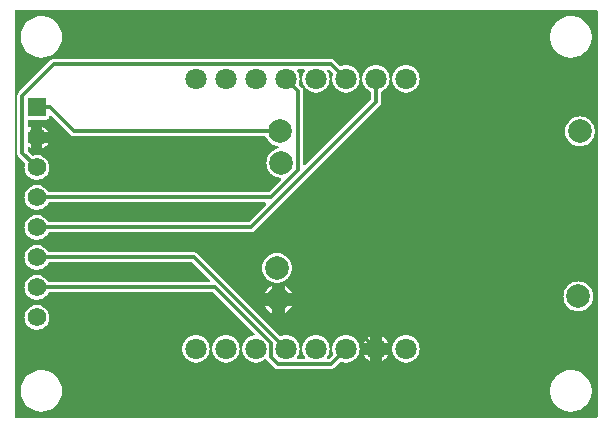
<source format=gtl>
G04 Layer: TopLayer*
G04 EasyEDA v6.5.23, 2023-05-31 09:28:12*
G04 09e610007bd44921b29e07513bdf5b12,4db1f7442a1f4f30bb2da465e00f2567,10*
G04 Gerber Generator version 0.2*
G04 Scale: 100 percent, Rotated: No, Reflected: No *
G04 Dimensions in millimeters *
G04 leading zeros omitted , absolute positions ,4 integer and 5 decimal *
%FSLAX45Y45*%
%MOMM*%

%ADD10C,0.3500*%
%ADD11C,1.8001*%
%ADD12C,2.0000*%
%ADD13R,1.5748X1.5748*%
%ADD14C,1.5748*%
%ADD15C,0.0105*%

%LPD*%
G36*
X736092Y10122408D02*
G01*
X732180Y10123170D01*
X728929Y10125405D01*
X726694Y10128656D01*
X725932Y10132568D01*
X725932Y13563854D01*
X726694Y13567765D01*
X728929Y13571016D01*
X732180Y13573251D01*
X736092Y13574013D01*
X5653532Y13574013D01*
X5657443Y13573251D01*
X5660694Y13571016D01*
X5662930Y13567765D01*
X5663692Y13563854D01*
X5663692Y10132568D01*
X5662930Y10128656D01*
X5660694Y10125405D01*
X5657443Y10123170D01*
X5653532Y10122408D01*
G37*

%LPC*%
G36*
X957021Y10174681D02*
G01*
X975106Y10176052D01*
X992886Y10179304D01*
X1010310Y10184384D01*
X1027074Y10191191D01*
X1043025Y10199725D01*
X1058062Y10209834D01*
X1071981Y10221417D01*
X1084630Y10234371D01*
X1095857Y10248595D01*
X1105560Y10263886D01*
X1113688Y10280040D01*
X1120038Y10297007D01*
X1124661Y10314533D01*
X1127455Y10332415D01*
X1128369Y10350500D01*
X1127455Y10368584D01*
X1124661Y10386466D01*
X1120038Y10403992D01*
X1113688Y10420959D01*
X1105560Y10437114D01*
X1095857Y10452404D01*
X1084630Y10466628D01*
X1071981Y10479582D01*
X1058062Y10491165D01*
X1043025Y10501274D01*
X1027074Y10509808D01*
X1010310Y10516616D01*
X992886Y10521696D01*
X975106Y10524947D01*
X957021Y10526318D01*
X938936Y10525861D01*
X920953Y10523524D01*
X903325Y10519410D01*
X886256Y10513415D01*
X869848Y10505744D01*
X854303Y10496448D01*
X839825Y10485577D01*
X826516Y10473283D01*
X814578Y10459669D01*
X804062Y10444886D01*
X795172Y10429138D01*
X787908Y10412526D01*
X782421Y10395305D01*
X778713Y10377576D01*
X776833Y10359542D01*
X776833Y10341457D01*
X778713Y10323423D01*
X782421Y10305694D01*
X787908Y10288473D01*
X795172Y10271861D01*
X804062Y10256113D01*
X814578Y10241330D01*
X826516Y10227716D01*
X839825Y10215422D01*
X854303Y10204551D01*
X869848Y10195255D01*
X886256Y10187584D01*
X903325Y10181590D01*
X920953Y10177475D01*
X938936Y10175138D01*
G37*
G36*
X5440121Y10174681D02*
G01*
X5458206Y10176052D01*
X5475986Y10179304D01*
X5493410Y10184384D01*
X5510174Y10191191D01*
X5526125Y10199725D01*
X5541162Y10209834D01*
X5555081Y10221417D01*
X5567730Y10234371D01*
X5578957Y10248595D01*
X5588660Y10263886D01*
X5596788Y10280040D01*
X5603138Y10297007D01*
X5607761Y10314533D01*
X5610555Y10332415D01*
X5611469Y10350500D01*
X5610555Y10368584D01*
X5607761Y10386466D01*
X5603138Y10403992D01*
X5596788Y10420959D01*
X5588660Y10437114D01*
X5578957Y10452404D01*
X5567730Y10466628D01*
X5555081Y10479582D01*
X5541162Y10491165D01*
X5526125Y10501274D01*
X5510174Y10509808D01*
X5493410Y10516616D01*
X5475986Y10521696D01*
X5458206Y10524947D01*
X5440121Y10526318D01*
X5422036Y10525861D01*
X5404053Y10523524D01*
X5386425Y10519410D01*
X5369356Y10513415D01*
X5352948Y10505744D01*
X5337403Y10496448D01*
X5322925Y10485577D01*
X5309616Y10473283D01*
X5297678Y10459669D01*
X5287162Y10444886D01*
X5278272Y10429138D01*
X5271008Y10412526D01*
X5265521Y10395305D01*
X5261813Y10377576D01*
X5259933Y10359542D01*
X5259933Y10341457D01*
X5261813Y10323423D01*
X5265521Y10305694D01*
X5271008Y10288473D01*
X5278272Y10271861D01*
X5287162Y10256113D01*
X5297678Y10241330D01*
X5309616Y10227716D01*
X5322925Y10215422D01*
X5337403Y10204551D01*
X5352948Y10195255D01*
X5369356Y10187584D01*
X5386425Y10181590D01*
X5404053Y10177475D01*
X5422036Y10175138D01*
G37*
G36*
X2958947Y10533227D02*
G01*
X3402837Y10533278D01*
X3411067Y10534446D01*
X3418687Y10536986D01*
X3425647Y10540898D01*
X3432200Y10546283D01*
X3480765Y10594848D01*
X3484016Y10597032D01*
X3487826Y10597845D01*
X3491687Y10597134D01*
X3494786Y10595864D01*
X3508908Y10592257D01*
X3523335Y10590428D01*
X3537864Y10590428D01*
X3552291Y10592257D01*
X3566414Y10595864D01*
X3579926Y10601248D01*
X3592677Y10608259D01*
X3604463Y10616793D01*
X3615080Y10626750D01*
X3624376Y10637977D01*
X3632149Y10650270D01*
X3638346Y10663428D01*
X3642868Y10677296D01*
X3645560Y10691571D01*
X3646474Y10706100D01*
X3645560Y10720628D01*
X3642868Y10734903D01*
X3638346Y10748772D01*
X3632149Y10761929D01*
X3624376Y10774222D01*
X3615080Y10785449D01*
X3604463Y10795406D01*
X3592677Y10803940D01*
X3579926Y10810951D01*
X3566414Y10816336D01*
X3552291Y10819942D01*
X3537864Y10821771D01*
X3523335Y10821771D01*
X3508908Y10819942D01*
X3494786Y10816336D01*
X3481273Y10810951D01*
X3468522Y10803940D01*
X3456736Y10795406D01*
X3446119Y10785449D01*
X3436823Y10774222D01*
X3429050Y10761929D01*
X3422853Y10748772D01*
X3418332Y10734903D01*
X3415639Y10720628D01*
X3414725Y10706100D01*
X3415639Y10691571D01*
X3418332Y10677296D01*
X3421837Y10666577D01*
X3422294Y10662869D01*
X3421430Y10659313D01*
X3419348Y10656214D01*
X3386175Y10623042D01*
X3382873Y10620857D01*
X3378962Y10620044D01*
X3377133Y10620044D01*
X3373374Y10620756D01*
X3370173Y10622838D01*
X3367938Y10625886D01*
X3366973Y10629595D01*
X3367481Y10633354D01*
X3378149Y10650270D01*
X3384346Y10663428D01*
X3388868Y10677296D01*
X3391560Y10691571D01*
X3392474Y10706100D01*
X3391560Y10720628D01*
X3388868Y10734903D01*
X3384346Y10748772D01*
X3378149Y10761929D01*
X3370376Y10774222D01*
X3361080Y10785449D01*
X3350463Y10795406D01*
X3338677Y10803940D01*
X3325926Y10810951D01*
X3312414Y10816336D01*
X3298291Y10819942D01*
X3283864Y10821771D01*
X3269335Y10821771D01*
X3254908Y10819942D01*
X3240786Y10816336D01*
X3227273Y10810951D01*
X3214522Y10803940D01*
X3202736Y10795406D01*
X3192119Y10785449D01*
X3182823Y10774222D01*
X3175050Y10761929D01*
X3168853Y10748772D01*
X3164332Y10734903D01*
X3161639Y10720628D01*
X3160725Y10706100D01*
X3161639Y10691571D01*
X3164332Y10677296D01*
X3168853Y10663428D01*
X3175050Y10650270D01*
X3185718Y10633354D01*
X3186226Y10629595D01*
X3185261Y10625886D01*
X3183026Y10622838D01*
X3179826Y10620756D01*
X3176066Y10620044D01*
X3123133Y10620044D01*
X3119374Y10620756D01*
X3116173Y10622838D01*
X3113938Y10625886D01*
X3112973Y10629595D01*
X3113481Y10633354D01*
X3124149Y10650270D01*
X3130346Y10663428D01*
X3134868Y10677296D01*
X3137560Y10691571D01*
X3138474Y10706100D01*
X3137560Y10720628D01*
X3134868Y10734903D01*
X3130346Y10748772D01*
X3124149Y10761929D01*
X3116376Y10774222D01*
X3107080Y10785449D01*
X3096463Y10795406D01*
X3084677Y10803940D01*
X3071926Y10810951D01*
X3058414Y10816336D01*
X3044291Y10819942D01*
X3029864Y10821771D01*
X3015335Y10821771D01*
X3000908Y10819942D01*
X2986786Y10816336D01*
X2983687Y10815066D01*
X2979826Y10814354D01*
X2975965Y10815167D01*
X2972765Y10817352D01*
X2277414Y11512651D01*
X2270709Y11517680D01*
X2263546Y11521236D01*
X2255875Y11523421D01*
X2247442Y11524183D01*
X1015746Y11524183D01*
X1012037Y11524894D01*
X1008837Y11526875D01*
X1006602Y11529872D01*
X1005027Y11533124D01*
X997407Y11544503D01*
X988364Y11554764D01*
X978103Y11563807D01*
X966724Y11571427D01*
X954430Y11577472D01*
X941476Y11581841D01*
X928065Y11584533D01*
X914400Y11585448D01*
X900734Y11584533D01*
X887323Y11581841D01*
X874369Y11577472D01*
X862076Y11571427D01*
X850696Y11563807D01*
X840435Y11554764D01*
X831392Y11544503D01*
X823772Y11533124D01*
X817727Y11520830D01*
X813358Y11507876D01*
X810666Y11494465D01*
X809752Y11480800D01*
X810666Y11467134D01*
X813358Y11453723D01*
X817727Y11440769D01*
X823772Y11428476D01*
X831392Y11417096D01*
X840435Y11406835D01*
X850696Y11397792D01*
X862076Y11390172D01*
X874369Y11384127D01*
X887323Y11379758D01*
X900734Y11377066D01*
X914400Y11376152D01*
X928065Y11377066D01*
X941476Y11379758D01*
X954430Y11384127D01*
X966724Y11390172D01*
X978103Y11397792D01*
X988364Y11406835D01*
X997407Y11417096D01*
X1005027Y11428476D01*
X1006602Y11431727D01*
X1008837Y11434724D01*
X1012037Y11436705D01*
X1015695Y11437366D01*
X2225700Y11437366D01*
X2229612Y11436604D01*
X2232914Y11434419D01*
X2379776Y11287556D01*
X2381961Y11284254D01*
X2382723Y11280343D01*
X2381961Y11276482D01*
X2379776Y11273180D01*
X2376474Y11270996D01*
X2372563Y11270183D01*
X1015746Y11270183D01*
X1012037Y11270894D01*
X1008837Y11272875D01*
X1006602Y11275872D01*
X1005027Y11279124D01*
X997407Y11290503D01*
X988364Y11300764D01*
X978103Y11309807D01*
X966724Y11317427D01*
X954430Y11323472D01*
X941476Y11327841D01*
X928065Y11330533D01*
X914400Y11331448D01*
X900734Y11330533D01*
X887323Y11327841D01*
X874369Y11323472D01*
X862076Y11317427D01*
X850696Y11309807D01*
X840435Y11300764D01*
X831392Y11290503D01*
X823772Y11279124D01*
X817727Y11266830D01*
X813358Y11253876D01*
X810666Y11240465D01*
X809752Y11226800D01*
X810666Y11213134D01*
X813358Y11199723D01*
X817727Y11186769D01*
X823772Y11174476D01*
X831392Y11163096D01*
X840435Y11152835D01*
X850696Y11143792D01*
X862076Y11136172D01*
X874369Y11130127D01*
X887323Y11125758D01*
X900734Y11123066D01*
X914400Y11122152D01*
X928065Y11123066D01*
X941476Y11125758D01*
X954430Y11130127D01*
X966724Y11136172D01*
X978103Y11143792D01*
X988364Y11152835D01*
X997407Y11163096D01*
X1005027Y11174476D01*
X1006602Y11177727D01*
X1008837Y11180724D01*
X1012037Y11182705D01*
X1015695Y11183366D01*
X2404516Y11183366D01*
X2408377Y11182604D01*
X2411679Y11180419D01*
X2754680Y10837418D01*
X2757068Y10833658D01*
X2757576Y10829188D01*
X2756103Y10824921D01*
X2752953Y10821720D01*
X2748737Y10820196D01*
X2746908Y10819942D01*
X2732786Y10816336D01*
X2719273Y10810951D01*
X2706522Y10803940D01*
X2694736Y10795406D01*
X2684119Y10785449D01*
X2674823Y10774222D01*
X2667050Y10761929D01*
X2660853Y10748772D01*
X2656332Y10734903D01*
X2653639Y10720628D01*
X2652725Y10706100D01*
X2653639Y10691571D01*
X2656332Y10677296D01*
X2660853Y10663428D01*
X2667050Y10650270D01*
X2674823Y10637977D01*
X2684119Y10626750D01*
X2694736Y10616793D01*
X2706522Y10608259D01*
X2719273Y10601248D01*
X2732786Y10595864D01*
X2746908Y10592257D01*
X2761335Y10590428D01*
X2775864Y10590428D01*
X2790291Y10592257D01*
X2804414Y10595864D01*
X2817926Y10601248D01*
X2830677Y10608259D01*
X2846832Y10619994D01*
X2850388Y10620756D01*
X2854045Y10620146D01*
X2857246Y10618368D01*
X2865221Y10608513D01*
X2928975Y10544810D01*
X2935681Y10539780D01*
X2942844Y10536224D01*
X2950514Y10534040D01*
G37*
G36*
X2507335Y10590428D02*
G01*
X2521864Y10590428D01*
X2536291Y10592257D01*
X2550414Y10595864D01*
X2563926Y10601248D01*
X2576677Y10608259D01*
X2588463Y10616793D01*
X2599080Y10626750D01*
X2608376Y10637977D01*
X2616149Y10650270D01*
X2622346Y10663428D01*
X2626868Y10677296D01*
X2629560Y10691571D01*
X2630474Y10706100D01*
X2629560Y10720628D01*
X2626868Y10734903D01*
X2622346Y10748772D01*
X2616149Y10761929D01*
X2608376Y10774222D01*
X2599080Y10785449D01*
X2588463Y10795406D01*
X2576677Y10803940D01*
X2563926Y10810951D01*
X2550414Y10816336D01*
X2536291Y10819942D01*
X2521864Y10821771D01*
X2507335Y10821771D01*
X2492908Y10819942D01*
X2478786Y10816336D01*
X2465273Y10810951D01*
X2452522Y10803940D01*
X2440736Y10795406D01*
X2430119Y10785449D01*
X2420823Y10774222D01*
X2413050Y10761929D01*
X2406853Y10748772D01*
X2402332Y10734903D01*
X2399639Y10720628D01*
X2398725Y10706100D01*
X2399639Y10691571D01*
X2402332Y10677296D01*
X2406853Y10663428D01*
X2413050Y10650270D01*
X2420823Y10637977D01*
X2430119Y10626750D01*
X2440736Y10616793D01*
X2452522Y10608259D01*
X2465273Y10601248D01*
X2478786Y10595864D01*
X2492908Y10592257D01*
G37*
G36*
X2253335Y10590428D02*
G01*
X2267864Y10590428D01*
X2282291Y10592257D01*
X2296414Y10595864D01*
X2309926Y10601248D01*
X2322677Y10608259D01*
X2334463Y10616793D01*
X2345080Y10626750D01*
X2354376Y10637977D01*
X2362149Y10650270D01*
X2368346Y10663428D01*
X2372868Y10677296D01*
X2375560Y10691571D01*
X2376474Y10706100D01*
X2375560Y10720628D01*
X2372868Y10734903D01*
X2368346Y10748772D01*
X2362149Y10761929D01*
X2354376Y10774222D01*
X2345080Y10785449D01*
X2334463Y10795406D01*
X2322677Y10803940D01*
X2309926Y10810951D01*
X2296414Y10816336D01*
X2282291Y10819942D01*
X2267864Y10821771D01*
X2253335Y10821771D01*
X2238908Y10819942D01*
X2224786Y10816336D01*
X2211273Y10810951D01*
X2198522Y10803940D01*
X2186736Y10795406D01*
X2176119Y10785449D01*
X2166823Y10774222D01*
X2159050Y10761929D01*
X2152853Y10748772D01*
X2148332Y10734903D01*
X2145639Y10720628D01*
X2144725Y10706100D01*
X2145639Y10691571D01*
X2148332Y10677296D01*
X2152853Y10663428D01*
X2159050Y10650270D01*
X2166823Y10637977D01*
X2176119Y10626750D01*
X2186736Y10616793D01*
X2198522Y10608259D01*
X2211273Y10601248D01*
X2224786Y10595864D01*
X2238908Y10592257D01*
G37*
G36*
X4031335Y10590428D02*
G01*
X4045864Y10590428D01*
X4060291Y10592257D01*
X4074414Y10595864D01*
X4087926Y10601248D01*
X4100677Y10608259D01*
X4112463Y10616793D01*
X4123080Y10626750D01*
X4132376Y10637977D01*
X4140149Y10650270D01*
X4146346Y10663428D01*
X4150868Y10677296D01*
X4153560Y10691571D01*
X4154474Y10706100D01*
X4153560Y10720628D01*
X4150868Y10734903D01*
X4146346Y10748772D01*
X4140149Y10761929D01*
X4132376Y10774222D01*
X4123080Y10785449D01*
X4112463Y10795406D01*
X4100677Y10803940D01*
X4087926Y10810951D01*
X4074414Y10816336D01*
X4060291Y10819942D01*
X4045864Y10821771D01*
X4031335Y10821771D01*
X4016908Y10819942D01*
X4002786Y10816336D01*
X3989273Y10810951D01*
X3976522Y10803940D01*
X3964736Y10795406D01*
X3954119Y10785449D01*
X3944823Y10774222D01*
X3937050Y10761929D01*
X3930853Y10748772D01*
X3926332Y10734903D01*
X3923639Y10720628D01*
X3922725Y10706100D01*
X3923639Y10691571D01*
X3926332Y10677296D01*
X3930853Y10663428D01*
X3937050Y10650270D01*
X3944823Y10637977D01*
X3954119Y10626750D01*
X3964736Y10616793D01*
X3976522Y10608259D01*
X3989273Y10601248D01*
X4002786Y10595864D01*
X4016908Y10592257D01*
G37*
G36*
X3835958Y10602315D02*
G01*
X3846677Y10608259D01*
X3858463Y10616793D01*
X3869080Y10626750D01*
X3878376Y10637977D01*
X3886149Y10650270D01*
X3888282Y10654741D01*
X3835958Y10654741D01*
G37*
G36*
X3733241Y10602315D02*
G01*
X3733241Y10654741D01*
X3680917Y10654741D01*
X3683050Y10650270D01*
X3690823Y10637977D01*
X3700119Y10626750D01*
X3710736Y10616793D01*
X3722522Y10608259D01*
G37*
G36*
X3680917Y10757458D02*
G01*
X3733241Y10757458D01*
X3733241Y10809884D01*
X3722522Y10803940D01*
X3710736Y10795406D01*
X3700119Y10785449D01*
X3690823Y10774222D01*
X3683050Y10761929D01*
G37*
G36*
X3835958Y10757458D02*
G01*
X3888282Y10757458D01*
X3886149Y10761929D01*
X3878376Y10774222D01*
X3869080Y10785449D01*
X3858463Y10795406D01*
X3846677Y10803940D01*
X3835958Y10809884D01*
G37*
G36*
X914400Y10868152D02*
G01*
X928065Y10869066D01*
X941476Y10871758D01*
X954430Y10876127D01*
X966724Y10882172D01*
X978103Y10889792D01*
X988364Y10898835D01*
X997407Y10909096D01*
X1005027Y10920476D01*
X1011072Y10932769D01*
X1015441Y10945723D01*
X1018133Y10959134D01*
X1019048Y10972800D01*
X1018133Y10986465D01*
X1015441Y10999876D01*
X1011072Y11012830D01*
X1005027Y11025124D01*
X997407Y11036503D01*
X988364Y11046764D01*
X978103Y11055807D01*
X966724Y11063427D01*
X954430Y11069472D01*
X941476Y11073841D01*
X928065Y11076533D01*
X914400Y11077448D01*
X900734Y11076533D01*
X887323Y11073841D01*
X874369Y11069472D01*
X862076Y11063427D01*
X850696Y11055807D01*
X840435Y11046764D01*
X831392Y11036503D01*
X823772Y11025124D01*
X817727Y11012830D01*
X813358Y10999876D01*
X810666Y10986465D01*
X809752Y10972800D01*
X810666Y10959134D01*
X813358Y10945723D01*
X817727Y10932769D01*
X823772Y10920476D01*
X831392Y10909096D01*
X840435Y10898835D01*
X850696Y10889792D01*
X862076Y10882172D01*
X874369Y10876127D01*
X887323Y10871758D01*
X900734Y10869066D01*
G37*
G36*
X3015437Y11012779D02*
G01*
X3017621Y11013744D01*
X3030626Y11021618D01*
X3042564Y11030966D01*
X3053334Y11041735D01*
X3062681Y11053673D01*
X3070555Y11066678D01*
X3071520Y11068862D01*
X3015437Y11068862D01*
G37*
G36*
X2902762Y11012779D02*
G01*
X2902762Y11068862D01*
X2846679Y11068862D01*
X2847644Y11066678D01*
X2855518Y11053673D01*
X2864866Y11041735D01*
X2875635Y11030966D01*
X2887573Y11021618D01*
X2900578Y11013744D01*
G37*
G36*
X5499100Y11024717D02*
G01*
X5514289Y11025632D01*
X5529224Y11028375D01*
X5543753Y11032896D01*
X5557621Y11039144D01*
X5570626Y11047018D01*
X5582564Y11056366D01*
X5593334Y11067135D01*
X5602681Y11079073D01*
X5610555Y11092078D01*
X5616803Y11105946D01*
X5621324Y11120475D01*
X5624068Y11135410D01*
X5624982Y11150600D01*
X5624068Y11165789D01*
X5621324Y11180724D01*
X5616803Y11195253D01*
X5610555Y11209121D01*
X5602681Y11222126D01*
X5593334Y11234064D01*
X5582564Y11244834D01*
X5570626Y11254181D01*
X5557621Y11262055D01*
X5543753Y11268303D01*
X5529224Y11272824D01*
X5514289Y11275568D01*
X5499100Y11276482D01*
X5483910Y11275568D01*
X5468975Y11272824D01*
X5454446Y11268303D01*
X5440578Y11262055D01*
X5427573Y11254181D01*
X5415635Y11244834D01*
X5404866Y11234064D01*
X5395518Y11222126D01*
X5387644Y11209121D01*
X5381396Y11195253D01*
X5376875Y11180724D01*
X5374132Y11165789D01*
X5373217Y11150600D01*
X5374132Y11135410D01*
X5376875Y11120475D01*
X5381396Y11105946D01*
X5387644Y11092078D01*
X5395518Y11079073D01*
X5404866Y11067135D01*
X5415635Y11056366D01*
X5427573Y11047018D01*
X5440578Y11039144D01*
X5454446Y11032896D01*
X5468975Y11028375D01*
X5483910Y11025632D01*
G37*
G36*
X2846679Y11181537D02*
G01*
X2902762Y11181537D01*
X2902762Y11237620D01*
X2900578Y11236655D01*
X2887573Y11228781D01*
X2875635Y11219434D01*
X2864866Y11208664D01*
X2855518Y11196726D01*
X2847644Y11183721D01*
G37*
G36*
X3015437Y11181537D02*
G01*
X3071520Y11181537D01*
X3070555Y11183721D01*
X3062681Y11196726D01*
X3053334Y11208664D01*
X3042564Y11219434D01*
X3030626Y11228781D01*
X3017621Y11236655D01*
X3015437Y11237620D01*
G37*
G36*
X2946400Y11266017D02*
G01*
X2961589Y11266932D01*
X2976524Y11269675D01*
X2991053Y11274196D01*
X3004921Y11280444D01*
X3017926Y11288318D01*
X3029864Y11297666D01*
X3040634Y11308435D01*
X3049981Y11320373D01*
X3057855Y11333378D01*
X3064103Y11347246D01*
X3068624Y11361775D01*
X3071368Y11376710D01*
X3072282Y11391900D01*
X3071368Y11407089D01*
X3068624Y11422024D01*
X3064103Y11436553D01*
X3057855Y11450421D01*
X3049981Y11463426D01*
X3040634Y11475364D01*
X3029864Y11486134D01*
X3017926Y11495481D01*
X3004921Y11503355D01*
X2991053Y11509603D01*
X2976524Y11514124D01*
X2961589Y11516868D01*
X2946400Y11517782D01*
X2931210Y11516868D01*
X2916275Y11514124D01*
X2901746Y11509603D01*
X2887878Y11503355D01*
X2874873Y11495481D01*
X2862935Y11486134D01*
X2852166Y11475364D01*
X2842818Y11463426D01*
X2834944Y11450421D01*
X2828696Y11436553D01*
X2824175Y11422024D01*
X2821432Y11407089D01*
X2820517Y11391900D01*
X2821432Y11376710D01*
X2824175Y11361775D01*
X2828696Y11347246D01*
X2834944Y11333378D01*
X2842818Y11320373D01*
X2852166Y11308435D01*
X2862935Y11297666D01*
X2874873Y11288318D01*
X2887878Y11280444D01*
X2901746Y11274196D01*
X2916275Y11269675D01*
X2931210Y11266932D01*
G37*
G36*
X914400Y11630152D02*
G01*
X928065Y11631066D01*
X941476Y11633758D01*
X954430Y11638127D01*
X966724Y11644172D01*
X978103Y11651792D01*
X988364Y11660835D01*
X997407Y11671096D01*
X1005027Y11682476D01*
X1006602Y11685727D01*
X1008837Y11688724D01*
X1012037Y11690705D01*
X1015695Y11691366D01*
X2725877Y11691416D01*
X2734106Y11692585D01*
X2741726Y11695125D01*
X2748686Y11699036D01*
X2755239Y11704421D01*
X3816451Y12765684D01*
X3821480Y12772390D01*
X3825036Y12779552D01*
X3827221Y12787223D01*
X3828034Y12795656D01*
X3828034Y12878003D01*
X3828643Y12881508D01*
X3830472Y12884607D01*
X3833266Y12886893D01*
X3846677Y12894259D01*
X3858463Y12902793D01*
X3869080Y12912750D01*
X3878376Y12923977D01*
X3886149Y12936270D01*
X3892346Y12949428D01*
X3896868Y12963296D01*
X3899560Y12977571D01*
X3900474Y12992100D01*
X3899560Y13006628D01*
X3896868Y13020903D01*
X3892346Y13034771D01*
X3886149Y13047929D01*
X3878376Y13060222D01*
X3869080Y13071449D01*
X3858463Y13081406D01*
X3846677Y13089940D01*
X3833926Y13096951D01*
X3820414Y13102336D01*
X3806291Y13105942D01*
X3791864Y13107771D01*
X3777335Y13107771D01*
X3762908Y13105942D01*
X3748786Y13102336D01*
X3735273Y13096951D01*
X3722522Y13089940D01*
X3710736Y13081406D01*
X3700119Y13071449D01*
X3690823Y13060222D01*
X3683050Y13047929D01*
X3676853Y13034771D01*
X3672332Y13020903D01*
X3669639Y13006628D01*
X3668725Y12992100D01*
X3669639Y12977571D01*
X3672332Y12963296D01*
X3676853Y12949428D01*
X3683050Y12936270D01*
X3690823Y12923977D01*
X3700119Y12912750D01*
X3710736Y12902793D01*
X3722522Y12894259D01*
X3735933Y12886893D01*
X3738727Y12884607D01*
X3740556Y12881508D01*
X3741216Y12878003D01*
X3741216Y12817398D01*
X3740404Y12813487D01*
X3738219Y12810185D01*
X3189325Y12261291D01*
X3186023Y12259106D01*
X3182162Y12258344D01*
X3178251Y12259106D01*
X3174949Y12261291D01*
X3172764Y12264593D01*
X3172002Y12268504D01*
X3171952Y12887756D01*
X3170783Y12896037D01*
X3168243Y12903657D01*
X3164332Y12910616D01*
X3158947Y12917170D01*
X3133852Y12942265D01*
X3131769Y12945313D01*
X3130905Y12948869D01*
X3131362Y12952577D01*
X3134868Y12963296D01*
X3137560Y12977571D01*
X3138474Y12992100D01*
X3137560Y13006628D01*
X3134868Y13020903D01*
X3130346Y13034771D01*
X3124149Y13047929D01*
X3116986Y13059206D01*
X3115513Y13063219D01*
X3115868Y13067538D01*
X3117900Y13071297D01*
X3121355Y13073888D01*
X3125571Y13074802D01*
X3173628Y13074802D01*
X3177844Y13073888D01*
X3181299Y13071297D01*
X3183331Y13067538D01*
X3183686Y13063219D01*
X3182213Y13059206D01*
X3175050Y13047929D01*
X3168853Y13034771D01*
X3164332Y13020903D01*
X3161639Y13006628D01*
X3160725Y12992100D01*
X3161639Y12977571D01*
X3164332Y12963296D01*
X3168853Y12949428D01*
X3175050Y12936270D01*
X3182823Y12923977D01*
X3192119Y12912750D01*
X3202736Y12902793D01*
X3214522Y12894259D01*
X3227273Y12887248D01*
X3240786Y12881864D01*
X3254908Y12878257D01*
X3269335Y12876428D01*
X3283864Y12876428D01*
X3298291Y12878257D01*
X3312414Y12881864D01*
X3325926Y12887248D01*
X3338677Y12894259D01*
X3350463Y12902793D01*
X3361080Y12912750D01*
X3370376Y12923977D01*
X3378149Y12936270D01*
X3384346Y12949428D01*
X3388868Y12963296D01*
X3391560Y12977571D01*
X3392474Y12992100D01*
X3391560Y13006628D01*
X3388868Y13020903D01*
X3384346Y13034771D01*
X3378149Y13047929D01*
X3370986Y13059206D01*
X3369513Y13063219D01*
X3369868Y13067538D01*
X3371900Y13071297D01*
X3375355Y13073888D01*
X3379571Y13074802D01*
X3382314Y13074802D01*
X3386175Y13074040D01*
X3389477Y13071805D01*
X3419348Y13041934D01*
X3421430Y13038886D01*
X3422294Y13035330D01*
X3421837Y13031622D01*
X3418332Y13020903D01*
X3415639Y13006628D01*
X3414725Y12992100D01*
X3415639Y12977571D01*
X3418332Y12963296D01*
X3422853Y12949428D01*
X3429050Y12936270D01*
X3436823Y12923977D01*
X3446119Y12912750D01*
X3456736Y12902793D01*
X3468522Y12894259D01*
X3481273Y12887248D01*
X3494786Y12881864D01*
X3508908Y12878257D01*
X3523335Y12876428D01*
X3537864Y12876428D01*
X3552291Y12878257D01*
X3566414Y12881864D01*
X3579926Y12887248D01*
X3592677Y12894259D01*
X3604463Y12902793D01*
X3615080Y12912750D01*
X3624376Y12923977D01*
X3632149Y12936270D01*
X3638346Y12949428D01*
X3642868Y12963296D01*
X3645560Y12977571D01*
X3646474Y12992100D01*
X3645560Y13006628D01*
X3642868Y13020903D01*
X3638346Y13034771D01*
X3632149Y13047929D01*
X3624376Y13060222D01*
X3615080Y13071449D01*
X3604463Y13081406D01*
X3592677Y13089940D01*
X3579926Y13096951D01*
X3566414Y13102336D01*
X3552291Y13105942D01*
X3537864Y13107771D01*
X3523335Y13107771D01*
X3508908Y13105942D01*
X3494786Y13102336D01*
X3491687Y13101065D01*
X3487826Y13100354D01*
X3483965Y13101167D01*
X3480765Y13103352D01*
X3433978Y13150037D01*
X3427323Y13155066D01*
X3420160Y13158622D01*
X3412439Y13160857D01*
X3404006Y13161619D01*
X1058519Y13161568D01*
X1050239Y13160400D01*
X1042619Y13157860D01*
X1035659Y13153999D01*
X1029106Y13148563D01*
X760425Y12879832D01*
X755396Y12873177D01*
X751840Y12866014D01*
X749655Y12858292D01*
X748893Y12849860D01*
X748893Y12363246D01*
X750062Y12355017D01*
X752602Y12347397D01*
X756513Y12340437D01*
X761898Y12333884D01*
X812038Y12283744D01*
X814171Y12280646D01*
X815035Y12276988D01*
X814476Y12273280D01*
X813358Y12269876D01*
X810666Y12256465D01*
X809752Y12242800D01*
X810666Y12229134D01*
X813358Y12215723D01*
X817727Y12202769D01*
X823772Y12190476D01*
X831392Y12179096D01*
X840435Y12168835D01*
X850696Y12159792D01*
X862076Y12152172D01*
X874369Y12146127D01*
X887323Y12141758D01*
X900734Y12139066D01*
X914400Y12138152D01*
X928065Y12139066D01*
X941476Y12141758D01*
X954430Y12146127D01*
X966724Y12152172D01*
X978103Y12159792D01*
X988364Y12168835D01*
X997407Y12179096D01*
X1005027Y12190476D01*
X1011072Y12202769D01*
X1015441Y12215723D01*
X1018133Y12229134D01*
X1019048Y12242800D01*
X1018133Y12256465D01*
X1015441Y12269876D01*
X1011072Y12282830D01*
X1005027Y12295124D01*
X997407Y12306503D01*
X988364Y12316764D01*
X978103Y12325807D01*
X966724Y12333427D01*
X954430Y12339472D01*
X941476Y12343841D01*
X928065Y12346533D01*
X914400Y12347448D01*
X900734Y12346533D01*
X887323Y12343841D01*
X883919Y12342723D01*
X880211Y12342164D01*
X876553Y12343028D01*
X873455Y12345162D01*
X838657Y12379909D01*
X836472Y12383211D01*
X835710Y12387122D01*
X835710Y12404801D01*
X836625Y12409068D01*
X839266Y12412573D01*
X843076Y12414605D01*
X847445Y12414859D01*
X851509Y12413284D01*
X862076Y12406172D01*
X868680Y12402921D01*
X868680Y12451080D01*
X845870Y12451080D01*
X841959Y12451842D01*
X838657Y12454077D01*
X836472Y12457379D01*
X835710Y12461240D01*
X835710Y12532360D01*
X836472Y12536271D01*
X838657Y12539522D01*
X841959Y12541758D01*
X845870Y12542520D01*
X868680Y12542520D01*
X868680Y12590678D01*
X862076Y12587427D01*
X851509Y12580315D01*
X847445Y12578740D01*
X843076Y12578994D01*
X839266Y12581077D01*
X836625Y12584531D01*
X835710Y12588798D01*
X835710Y12635992D01*
X836472Y12639903D01*
X838657Y12643154D01*
X841959Y12645390D01*
X845870Y12646152D01*
X992581Y12646152D01*
X998880Y12646863D01*
X1004366Y12648793D01*
X1009243Y12651841D01*
X1013358Y12655956D01*
X1016406Y12660833D01*
X1018336Y12666319D01*
X1019048Y12672618D01*
X1019048Y12674549D01*
X1019810Y12678410D01*
X1022045Y12681712D01*
X1025296Y12683896D01*
X1029208Y12684709D01*
X1033119Y12683896D01*
X1036370Y12681712D01*
X1202385Y12515748D01*
X1209090Y12510719D01*
X1216253Y12507163D01*
X1223924Y12504978D01*
X1232357Y12504166D01*
X2846984Y12504166D01*
X2850743Y12503454D01*
X2853994Y12501372D01*
X2856230Y12498222D01*
X2860344Y12489078D01*
X2868218Y12476073D01*
X2877566Y12464135D01*
X2888335Y12453366D01*
X2900273Y12444018D01*
X2913278Y12436144D01*
X2927146Y12429896D01*
X2941675Y12425375D01*
X2954172Y12423089D01*
X2958287Y12421311D01*
X2961233Y12417958D01*
X2962452Y12413691D01*
X2961741Y12409271D01*
X2959201Y12405614D01*
X2955340Y12403378D01*
X2939846Y12398603D01*
X2925978Y12392355D01*
X2912973Y12384481D01*
X2901035Y12375134D01*
X2890266Y12364364D01*
X2880918Y12352426D01*
X2873044Y12339421D01*
X2866796Y12325553D01*
X2862275Y12311024D01*
X2859532Y12296089D01*
X2858617Y12280900D01*
X2859532Y12265710D01*
X2862275Y12250775D01*
X2866796Y12236246D01*
X2873044Y12222378D01*
X2880918Y12209373D01*
X2890266Y12197435D01*
X2901035Y12186666D01*
X2912973Y12177318D01*
X2925978Y12169444D01*
X2939846Y12163196D01*
X2954375Y12158675D01*
X2969310Y12155932D01*
X2974797Y12155576D01*
X2978505Y12154611D01*
X2981655Y12152325D01*
X2983687Y12149074D01*
X2984347Y12145264D01*
X2983534Y12141454D01*
X2981350Y12138253D01*
X2878277Y12035180D01*
X2874975Y12032996D01*
X2871063Y12032183D01*
X1015746Y12032183D01*
X1012037Y12032894D01*
X1008837Y12034875D01*
X1006602Y12037872D01*
X1005027Y12041124D01*
X997407Y12052503D01*
X988364Y12062764D01*
X978103Y12071807D01*
X966724Y12079427D01*
X954430Y12085472D01*
X941476Y12089841D01*
X928065Y12092533D01*
X914400Y12093448D01*
X900734Y12092533D01*
X887323Y12089841D01*
X874369Y12085472D01*
X862076Y12079427D01*
X850696Y12071807D01*
X840435Y12062764D01*
X831392Y12052503D01*
X823772Y12041124D01*
X817727Y12028830D01*
X813358Y12015876D01*
X810666Y12002465D01*
X809752Y11988800D01*
X810666Y11975134D01*
X813358Y11961723D01*
X817727Y11948769D01*
X823772Y11936476D01*
X831392Y11925096D01*
X840435Y11914835D01*
X850696Y11905792D01*
X862076Y11898172D01*
X874369Y11892127D01*
X887323Y11887758D01*
X900734Y11885066D01*
X914400Y11884152D01*
X928065Y11885066D01*
X941476Y11887758D01*
X954430Y11892127D01*
X966724Y11898172D01*
X978103Y11905792D01*
X988364Y11914835D01*
X997407Y11925096D01*
X1005027Y11936476D01*
X1006602Y11939727D01*
X1008837Y11942724D01*
X1012037Y11944705D01*
X1015695Y11945366D01*
X2848864Y11945366D01*
X2852775Y11944604D01*
X2856077Y11942419D01*
X2858262Y11939117D01*
X2859024Y11935206D01*
X2858262Y11931345D01*
X2856077Y11928043D01*
X2709214Y11781180D01*
X2705912Y11778996D01*
X2702001Y11778183D01*
X1015746Y11778183D01*
X1012037Y11778894D01*
X1008837Y11780875D01*
X1006602Y11783872D01*
X1005027Y11787124D01*
X997407Y11798503D01*
X988364Y11808764D01*
X978103Y11817807D01*
X966724Y11825427D01*
X954430Y11831472D01*
X941476Y11835841D01*
X928065Y11838533D01*
X914400Y11839448D01*
X900734Y11838533D01*
X887323Y11835841D01*
X874369Y11831472D01*
X862076Y11825427D01*
X850696Y11817807D01*
X840435Y11808764D01*
X831392Y11798503D01*
X823772Y11787124D01*
X817727Y11774830D01*
X813358Y11761876D01*
X810666Y11748465D01*
X809752Y11734800D01*
X810666Y11721134D01*
X813358Y11707723D01*
X817727Y11694769D01*
X823772Y11682476D01*
X831392Y11671096D01*
X840435Y11660835D01*
X850696Y11651792D01*
X862076Y11644172D01*
X874369Y11638127D01*
X887323Y11633758D01*
X900734Y11631066D01*
G37*
G36*
X960119Y12402921D02*
G01*
X966724Y12406172D01*
X978103Y12413792D01*
X988364Y12422835D01*
X997407Y12433096D01*
X1005027Y12444476D01*
X1008278Y12451080D01*
X960119Y12451080D01*
G37*
G36*
X5511800Y12421717D02*
G01*
X5526989Y12422632D01*
X5541924Y12425375D01*
X5556453Y12429896D01*
X5570321Y12436144D01*
X5583326Y12444018D01*
X5595264Y12453366D01*
X5606034Y12464135D01*
X5615381Y12476073D01*
X5623255Y12489078D01*
X5629503Y12502946D01*
X5634024Y12517475D01*
X5636768Y12532410D01*
X5637682Y12547600D01*
X5636768Y12562789D01*
X5634024Y12577724D01*
X5629503Y12592253D01*
X5623255Y12606121D01*
X5615381Y12619126D01*
X5606034Y12631064D01*
X5595264Y12641834D01*
X5583326Y12651181D01*
X5570321Y12659055D01*
X5556453Y12665303D01*
X5541924Y12669824D01*
X5526989Y12672568D01*
X5511800Y12673482D01*
X5496610Y12672568D01*
X5481675Y12669824D01*
X5467146Y12665303D01*
X5453278Y12659055D01*
X5440273Y12651181D01*
X5428335Y12641834D01*
X5417566Y12631064D01*
X5408218Y12619126D01*
X5400344Y12606121D01*
X5394096Y12592253D01*
X5389575Y12577724D01*
X5386832Y12562789D01*
X5385917Y12547600D01*
X5386832Y12532410D01*
X5389575Y12517475D01*
X5394096Y12502946D01*
X5400344Y12489078D01*
X5408218Y12476073D01*
X5417566Y12464135D01*
X5428335Y12453366D01*
X5440273Y12444018D01*
X5453278Y12436144D01*
X5467146Y12429896D01*
X5481675Y12425375D01*
X5496610Y12422632D01*
G37*
G36*
X960119Y12542520D02*
G01*
X1008278Y12542520D01*
X1005027Y12549124D01*
X997407Y12560503D01*
X988364Y12570764D01*
X978103Y12579807D01*
X966724Y12587427D01*
X960119Y12590678D01*
G37*
G36*
X4031335Y12876428D02*
G01*
X4045864Y12876428D01*
X4060291Y12878257D01*
X4074414Y12881864D01*
X4087926Y12887248D01*
X4100677Y12894259D01*
X4112463Y12902793D01*
X4123080Y12912750D01*
X4132376Y12923977D01*
X4140149Y12936270D01*
X4146346Y12949428D01*
X4150868Y12963296D01*
X4153560Y12977571D01*
X4154474Y12992100D01*
X4153560Y13006628D01*
X4150868Y13020903D01*
X4146346Y13034771D01*
X4140149Y13047929D01*
X4132376Y13060222D01*
X4123080Y13071449D01*
X4112463Y13081406D01*
X4100677Y13089940D01*
X4087926Y13096951D01*
X4074414Y13102336D01*
X4060291Y13105942D01*
X4045864Y13107771D01*
X4031335Y13107771D01*
X4016908Y13105942D01*
X4002786Y13102336D01*
X3989273Y13096951D01*
X3976522Y13089940D01*
X3964736Y13081406D01*
X3954119Y13071449D01*
X3944823Y13060222D01*
X3937050Y13047929D01*
X3930853Y13034771D01*
X3926332Y13020903D01*
X3923639Y13006628D01*
X3922725Y12992100D01*
X3923639Y12977571D01*
X3926332Y12963296D01*
X3930853Y12949428D01*
X3937050Y12936270D01*
X3944823Y12923977D01*
X3954119Y12912750D01*
X3964736Y12902793D01*
X3976522Y12894259D01*
X3989273Y12887248D01*
X4002786Y12881864D01*
X4016908Y12878257D01*
G37*
G36*
X957021Y13171881D02*
G01*
X975106Y13173252D01*
X992886Y13176504D01*
X1010310Y13181584D01*
X1027074Y13188391D01*
X1043025Y13196925D01*
X1058062Y13207034D01*
X1071981Y13218617D01*
X1084630Y13231571D01*
X1095857Y13245795D01*
X1105560Y13261086D01*
X1113688Y13277240D01*
X1120038Y13294207D01*
X1124661Y13311733D01*
X1127455Y13329615D01*
X1128369Y13347700D01*
X1127455Y13365784D01*
X1124661Y13383666D01*
X1120038Y13401192D01*
X1113688Y13418159D01*
X1105560Y13434313D01*
X1095857Y13449604D01*
X1084630Y13463828D01*
X1071981Y13476782D01*
X1058062Y13488365D01*
X1043025Y13498474D01*
X1027074Y13507008D01*
X1010310Y13513816D01*
X992886Y13518896D01*
X975106Y13522147D01*
X957021Y13523518D01*
X938936Y13523061D01*
X920953Y13520724D01*
X903325Y13516610D01*
X886256Y13510615D01*
X869848Y13502944D01*
X854303Y13493648D01*
X839825Y13482777D01*
X826516Y13470483D01*
X814578Y13456869D01*
X804062Y13442086D01*
X795172Y13426338D01*
X787908Y13409726D01*
X782421Y13392505D01*
X778713Y13374776D01*
X776833Y13356742D01*
X776833Y13338657D01*
X778713Y13320623D01*
X782421Y13302894D01*
X787908Y13285673D01*
X795172Y13269061D01*
X804062Y13253313D01*
X814578Y13238530D01*
X826516Y13224916D01*
X839825Y13212622D01*
X854303Y13201751D01*
X869848Y13192455D01*
X886256Y13184784D01*
X903325Y13178790D01*
X920953Y13174675D01*
X938936Y13172338D01*
G37*
G36*
X5440121Y13171881D02*
G01*
X5458206Y13173252D01*
X5475986Y13176504D01*
X5493410Y13181584D01*
X5510174Y13188391D01*
X5526125Y13196925D01*
X5541162Y13207034D01*
X5555081Y13218617D01*
X5567730Y13231571D01*
X5578957Y13245795D01*
X5588660Y13261086D01*
X5596788Y13277240D01*
X5603138Y13294207D01*
X5607761Y13311733D01*
X5610555Y13329615D01*
X5611469Y13347700D01*
X5610555Y13365784D01*
X5607761Y13383666D01*
X5603138Y13401192D01*
X5596788Y13418159D01*
X5588660Y13434313D01*
X5578957Y13449604D01*
X5567730Y13463828D01*
X5555081Y13476782D01*
X5541162Y13488365D01*
X5526125Y13498474D01*
X5510174Y13507008D01*
X5493410Y13513816D01*
X5475986Y13518896D01*
X5458206Y13522147D01*
X5440121Y13523518D01*
X5422036Y13523061D01*
X5404053Y13520724D01*
X5386425Y13516610D01*
X5369356Y13510615D01*
X5352948Y13502944D01*
X5337403Y13493648D01*
X5322925Y13482777D01*
X5309616Y13470483D01*
X5297678Y13456869D01*
X5287162Y13442086D01*
X5278272Y13426338D01*
X5271008Y13409726D01*
X5265521Y13392505D01*
X5261813Y13374776D01*
X5259933Y13356742D01*
X5259933Y13338657D01*
X5261813Y13320623D01*
X5265521Y13302894D01*
X5271008Y13285673D01*
X5278272Y13269061D01*
X5287162Y13253313D01*
X5297678Y13238530D01*
X5309616Y13224916D01*
X5322925Y13212622D01*
X5337403Y13201751D01*
X5352948Y13192455D01*
X5369356Y13184784D01*
X5386425Y13178790D01*
X5404053Y13174675D01*
X5422036Y13172338D01*
G37*

%LPD*%
D10*
X914400Y12750800D02*
G01*
X1028700Y12750800D01*
X2971800Y12547600D02*
G01*
X1231900Y12547600D01*
X1028700Y12750800D01*
X2959100Y11125200D02*
G01*
X3365500Y11125200D01*
X3784600Y10706100D01*
X3530600Y12992100D02*
G01*
X3404494Y13118205D01*
X1060145Y13118205D01*
X792279Y12850340D01*
X792279Y12364920D01*
X914400Y12242800D01*
X3022600Y12992100D02*
G01*
X3128566Y12886128D01*
X3128566Y12224103D01*
X2893268Y11988800D01*
X914400Y11988800D01*
X3530600Y10706100D02*
G01*
X3401169Y10576656D01*
X2958492Y10576656D01*
X2895600Y10639549D01*
X2895600Y10757885D01*
X2426693Y11226800D01*
X914400Y11226800D01*
X3784600Y12992100D02*
G01*
X3784600Y12795194D01*
X2724200Y11734800D01*
X914400Y11734800D01*
X3022600Y10706100D02*
G01*
X2247900Y11480800D01*
X914400Y11480800D01*
D11*
G01*
X4038625Y12992074D03*
G01*
X4038625Y10706074D03*
G01*
X3784625Y12992074D03*
G01*
X3784625Y10706074D03*
G01*
X3530625Y12992074D03*
G01*
X3530625Y10706074D03*
G01*
X3276625Y12992074D03*
G01*
X3276625Y10706074D03*
G01*
X3022625Y12992074D03*
G01*
X3022625Y10706074D03*
G01*
X2768625Y12992074D03*
G01*
X2768625Y10706074D03*
G01*
X2514625Y12992074D03*
G01*
X2514625Y10706074D03*
G01*
X2260625Y12992074D03*
G01*
X2260625Y10706074D03*
D12*
G01*
X2971800Y12547600D03*
G01*
X2984500Y12280900D03*
G01*
X2946400Y11391900D03*
G01*
X2959100Y11125200D03*
G01*
X5511800Y12547600D03*
G01*
X5499100Y11150600D03*
D13*
G01*
X914400Y12750800D03*
D14*
G01*
X914400Y12496800D03*
G01*
X914400Y12242800D03*
G01*
X914400Y11988800D03*
G01*
X914400Y11734800D03*
G01*
X914400Y11480800D03*
G01*
X914400Y11226800D03*
G01*
X914400Y10972800D03*
M02*

</source>
